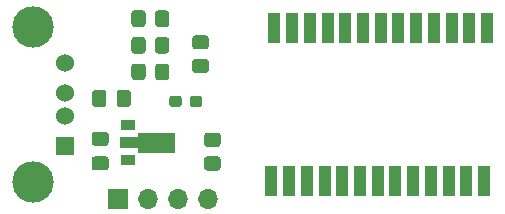
<source format=gbs>
G04 #@! TF.GenerationSoftware,KiCad,Pcbnew,(5.1.10)-1*
G04 #@! TF.CreationDate,2022-05-27T15:53:32+02:00*
G04 #@! TF.ProjectId,USB_RemoteControl_schematic,5553425f-5265-46d6-9f74-65436f6e7472,1*
G04 #@! TF.SameCoordinates,Original*
G04 #@! TF.FileFunction,Soldermask,Bot*
G04 #@! TF.FilePolarity,Negative*
%FSLAX46Y46*%
G04 Gerber Fmt 4.6, Leading zero omitted, Abs format (unit mm)*
G04 Created by KiCad (PCBNEW (5.1.10)-1) date 2022-05-27 15:53:32*
%MOMM*%
%LPD*%
G01*
G04 APERTURE LIST*
%ADD10R,1.000000X2.524000*%
%ADD11C,3.500000*%
%ADD12C,1.524000*%
%ADD13R,1.524000X1.524000*%
%ADD14C,0.152400*%
%ADD15R,1.300000X0.900000*%
%ADD16O,1.700000X1.700000*%
%ADD17R,1.700000X1.700000*%
G04 APERTURE END LIST*
D10*
X142000000Y-131500000D03*
X140500000Y-131500000D03*
X139000000Y-131500000D03*
X136000000Y-131500000D03*
X137500000Y-131500000D03*
X134500000Y-131500000D03*
X131500000Y-131500000D03*
X127000000Y-131500000D03*
X125500000Y-131500000D03*
X133000000Y-131500000D03*
X128500000Y-131500000D03*
X130000000Y-131500000D03*
X124000000Y-131500000D03*
X130250000Y-118500000D03*
X128750000Y-118500000D03*
X133250000Y-118500000D03*
X125750000Y-118500000D03*
X127250000Y-118500000D03*
X131750000Y-118500000D03*
X134750000Y-118500000D03*
X137750000Y-118500000D03*
X136250000Y-118500000D03*
X140750000Y-118500000D03*
X139250000Y-118500000D03*
X142250000Y-118500000D03*
X124250000Y-118500000D03*
D11*
X103790000Y-118430000D03*
D12*
X106500000Y-124000000D03*
D13*
X106500000Y-128500000D03*
D11*
X103790000Y-131570000D03*
D12*
X106500000Y-126000000D03*
X106500000Y-121500000D03*
D14*
G36*
X115800000Y-129116500D02*
G01*
X112675000Y-129116500D01*
X112675000Y-128700000D01*
X111200000Y-128700000D01*
X111200000Y-127800000D01*
X112675000Y-127800000D01*
X112675000Y-127383500D01*
X115800000Y-127383500D01*
X115800000Y-129116500D01*
G37*
D15*
X111850000Y-126750000D03*
X111850000Y-129750000D03*
G36*
G01*
X117075000Y-124987500D02*
X117075000Y-124512500D01*
G75*
G02*
X117312500Y-124275000I237500J0D01*
G01*
X117912500Y-124275000D01*
G75*
G02*
X118150000Y-124512500I0J-237500D01*
G01*
X118150000Y-124987500D01*
G75*
G02*
X117912500Y-125225000I-237500J0D01*
G01*
X117312500Y-125225000D01*
G75*
G02*
X117075000Y-124987500I0J237500D01*
G01*
G37*
G36*
G01*
X115350000Y-124987500D02*
X115350000Y-124512500D01*
G75*
G02*
X115587500Y-124275000I237500J0D01*
G01*
X116187500Y-124275000D01*
G75*
G02*
X116425000Y-124512500I0J-237500D01*
G01*
X116425000Y-124987500D01*
G75*
G02*
X116187500Y-125225000I-237500J0D01*
G01*
X115587500Y-125225000D01*
G75*
G02*
X115350000Y-124987500I0J237500D01*
G01*
G37*
G36*
G01*
X114150000Y-118200001D02*
X114150000Y-117299999D01*
G75*
G02*
X114399999Y-117050000I249999J0D01*
G01*
X115100001Y-117050000D01*
G75*
G02*
X115350000Y-117299999I0J-249999D01*
G01*
X115350000Y-118200001D01*
G75*
G02*
X115100001Y-118450000I-249999J0D01*
G01*
X114399999Y-118450000D01*
G75*
G02*
X114150000Y-118200001I0J249999D01*
G01*
G37*
G36*
G01*
X112150000Y-118200001D02*
X112150000Y-117299999D01*
G75*
G02*
X112399999Y-117050000I249999J0D01*
G01*
X113100001Y-117050000D01*
G75*
G02*
X113350000Y-117299999I0J-249999D01*
G01*
X113350000Y-118200001D01*
G75*
G02*
X113100001Y-118450000I-249999J0D01*
G01*
X112399999Y-118450000D01*
G75*
G02*
X112150000Y-118200001I0J249999D01*
G01*
G37*
G36*
G01*
X118450001Y-120350000D02*
X117549999Y-120350000D01*
G75*
G02*
X117300000Y-120100001I0J249999D01*
G01*
X117300000Y-119399999D01*
G75*
G02*
X117549999Y-119150000I249999J0D01*
G01*
X118450001Y-119150000D01*
G75*
G02*
X118700000Y-119399999I0J-249999D01*
G01*
X118700000Y-120100001D01*
G75*
G02*
X118450001Y-120350000I-249999J0D01*
G01*
G37*
G36*
G01*
X118450001Y-122350000D02*
X117549999Y-122350000D01*
G75*
G02*
X117300000Y-122100001I0J249999D01*
G01*
X117300000Y-121399999D01*
G75*
G02*
X117549999Y-121150000I249999J0D01*
G01*
X118450001Y-121150000D01*
G75*
G02*
X118700000Y-121399999I0J-249999D01*
G01*
X118700000Y-122100001D01*
G75*
G02*
X118450001Y-122350000I-249999J0D01*
G01*
G37*
G36*
G01*
X119450001Y-128600000D02*
X118549999Y-128600000D01*
G75*
G02*
X118300000Y-128350001I0J249999D01*
G01*
X118300000Y-127649999D01*
G75*
G02*
X118549999Y-127400000I249999J0D01*
G01*
X119450001Y-127400000D01*
G75*
G02*
X119700000Y-127649999I0J-249999D01*
G01*
X119700000Y-128350001D01*
G75*
G02*
X119450001Y-128600000I-249999J0D01*
G01*
G37*
G36*
G01*
X119450001Y-130600000D02*
X118549999Y-130600000D01*
G75*
G02*
X118300000Y-130350001I0J249999D01*
G01*
X118300000Y-129649999D01*
G75*
G02*
X118549999Y-129400000I249999J0D01*
G01*
X119450001Y-129400000D01*
G75*
G02*
X119700000Y-129649999I0J-249999D01*
G01*
X119700000Y-130350001D01*
G75*
G02*
X119450001Y-130600000I-249999J0D01*
G01*
G37*
G36*
G01*
X113350000Y-121800000D02*
X113350000Y-122700002D01*
G75*
G02*
X113100001Y-122950001I-249999J0D01*
G01*
X112399999Y-122950001D01*
G75*
G02*
X112150000Y-122700002I0J249999D01*
G01*
X112150000Y-121800000D01*
G75*
G02*
X112399999Y-121550001I249999J0D01*
G01*
X113100001Y-121550001D01*
G75*
G02*
X113350000Y-121800000I0J-249999D01*
G01*
G37*
G36*
G01*
X115350000Y-121800000D02*
X115350000Y-122700002D01*
G75*
G02*
X115100001Y-122950001I-249999J0D01*
G01*
X114399999Y-122950001D01*
G75*
G02*
X114150000Y-122700002I0J249999D01*
G01*
X114150000Y-121800000D01*
G75*
G02*
X114399999Y-121550001I249999J0D01*
G01*
X115100001Y-121550001D01*
G75*
G02*
X115350000Y-121800000I0J-249999D01*
G01*
G37*
G36*
G01*
X113350000Y-119549999D02*
X113350000Y-120450001D01*
G75*
G02*
X113100001Y-120700000I-249999J0D01*
G01*
X112399999Y-120700000D01*
G75*
G02*
X112150000Y-120450001I0J249999D01*
G01*
X112150000Y-119549999D01*
G75*
G02*
X112399999Y-119300000I249999J0D01*
G01*
X113100001Y-119300000D01*
G75*
G02*
X113350000Y-119549999I0J-249999D01*
G01*
G37*
G36*
G01*
X115350000Y-119549999D02*
X115350000Y-120450001D01*
G75*
G02*
X115100001Y-120700000I-249999J0D01*
G01*
X114399999Y-120700000D01*
G75*
G02*
X114150000Y-120450001I0J249999D01*
G01*
X114150000Y-119549999D01*
G75*
G02*
X114399999Y-119300000I249999J0D01*
G01*
X115100001Y-119300000D01*
G75*
G02*
X115350000Y-119549999I0J-249999D01*
G01*
G37*
D16*
X118620000Y-133000000D03*
X116080000Y-133000000D03*
X113540000Y-133000000D03*
D17*
X111000000Y-133000000D03*
G36*
G01*
X110012500Y-124025000D02*
X110012500Y-124975000D01*
G75*
G02*
X109762500Y-125225000I-250000J0D01*
G01*
X109087500Y-125225000D01*
G75*
G02*
X108837500Y-124975000I0J250000D01*
G01*
X108837500Y-124025000D01*
G75*
G02*
X109087500Y-123775000I250000J0D01*
G01*
X109762500Y-123775000D01*
G75*
G02*
X110012500Y-124025000I0J-250000D01*
G01*
G37*
G36*
G01*
X112087500Y-124025000D02*
X112087500Y-124975000D01*
G75*
G02*
X111837500Y-125225000I-250000J0D01*
G01*
X111162500Y-125225000D01*
G75*
G02*
X110912500Y-124975000I0J250000D01*
G01*
X110912500Y-124025000D01*
G75*
G02*
X111162500Y-123775000I250000J0D01*
G01*
X111837500Y-123775000D01*
G75*
G02*
X112087500Y-124025000I0J-250000D01*
G01*
G37*
G36*
G01*
X109025000Y-129412500D02*
X109975000Y-129412500D01*
G75*
G02*
X110225000Y-129662500I0J-250000D01*
G01*
X110225000Y-130337500D01*
G75*
G02*
X109975000Y-130587500I-250000J0D01*
G01*
X109025000Y-130587500D01*
G75*
G02*
X108775000Y-130337500I0J250000D01*
G01*
X108775000Y-129662500D01*
G75*
G02*
X109025000Y-129412500I250000J0D01*
G01*
G37*
G36*
G01*
X109025000Y-127337500D02*
X109975000Y-127337500D01*
G75*
G02*
X110225000Y-127587500I0J-250000D01*
G01*
X110225000Y-128262500D01*
G75*
G02*
X109975000Y-128512500I-250000J0D01*
G01*
X109025000Y-128512500D01*
G75*
G02*
X108775000Y-128262500I0J250000D01*
G01*
X108775000Y-127587500D01*
G75*
G02*
X109025000Y-127337500I250000J0D01*
G01*
G37*
M02*

</source>
